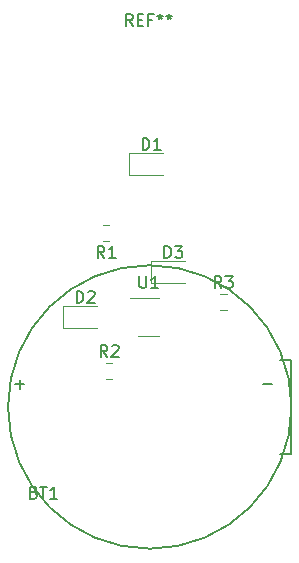
<source format=gbr>
G04 #@! TF.GenerationSoftware,KiCad,Pcbnew,(5.1.4)-1*
G04 #@! TF.CreationDate,2020-11-14T12:40:31-05:00*
G04 #@! TF.ProjectId,circuit,63697263-7569-4742-9e6b-696361645f70,rev?*
G04 #@! TF.SameCoordinates,Original*
G04 #@! TF.FileFunction,Legend,Top*
G04 #@! TF.FilePolarity,Positive*
%FSLAX46Y46*%
G04 Gerber Fmt 4.6, Leading zero omitted, Abs format (unit mm)*
G04 Created by KiCad (PCBNEW (5.1.4)-1) date 2020-11-14 12:40:31*
%MOMM*%
%LPD*%
G04 APERTURE LIST*
%ADD10C,0.120000*%
%ADD11C,0.150000*%
G04 APERTURE END LIST*
D10*
X64754000Y-52126000D02*
X61894000Y-52126000D01*
X61894000Y-52126000D02*
X61894000Y-54046000D01*
X61894000Y-54046000D02*
X64754000Y-54046000D01*
X56297000Y-67000000D02*
X59157000Y-67000000D01*
X56297000Y-65080000D02*
X56297000Y-67000000D01*
X59157000Y-65080000D02*
X56297000Y-65080000D01*
X66586001Y-61270000D02*
X63726001Y-61270000D01*
X63726001Y-61270000D02*
X63726001Y-63190000D01*
X63726001Y-63190000D02*
X66586001Y-63190000D01*
X60196252Y-59638000D02*
X59673748Y-59638000D01*
X60196252Y-58218000D02*
X59673748Y-58218000D01*
X59927748Y-71322000D02*
X60450252Y-71322000D01*
X59927748Y-69902000D02*
X60450252Y-69902000D01*
X69588748Y-64060000D02*
X70111252Y-64060000D01*
X69588748Y-65480000D02*
X70111252Y-65480000D01*
X62600000Y-67650000D02*
X64400000Y-67650000D01*
X64400000Y-64430000D02*
X61950000Y-64430000D01*
D11*
X75610000Y-73660000D02*
G75*
G03X75610000Y-73660000I-12000000J0D01*
G01*
X75610000Y-73660000D02*
X75610000Y-69660000D01*
X75610000Y-69660000D02*
X74610000Y-69660000D01*
X74610000Y-69660000D02*
X75610000Y-69660000D01*
X75610000Y-69660000D02*
X75610000Y-77660000D01*
X75610000Y-77660000D02*
X74610000Y-77660000D01*
X62166666Y-41402380D02*
X61833333Y-40926190D01*
X61595238Y-41402380D02*
X61595238Y-40402380D01*
X61976190Y-40402380D01*
X62071428Y-40450000D01*
X62119047Y-40497619D01*
X62166666Y-40592857D01*
X62166666Y-40735714D01*
X62119047Y-40830952D01*
X62071428Y-40878571D01*
X61976190Y-40926190D01*
X61595238Y-40926190D01*
X62595238Y-40878571D02*
X62928571Y-40878571D01*
X63071428Y-41402380D02*
X62595238Y-41402380D01*
X62595238Y-40402380D01*
X63071428Y-40402380D01*
X63833333Y-40878571D02*
X63500000Y-40878571D01*
X63500000Y-41402380D02*
X63500000Y-40402380D01*
X63976190Y-40402380D01*
X64500000Y-40402380D02*
X64500000Y-40640476D01*
X64261904Y-40545238D02*
X64500000Y-40640476D01*
X64738095Y-40545238D01*
X64357142Y-40830952D02*
X64500000Y-40640476D01*
X64642857Y-40830952D01*
X65261904Y-40402380D02*
X65261904Y-40640476D01*
X65023809Y-40545238D02*
X65261904Y-40640476D01*
X65500000Y-40545238D01*
X65119047Y-40830952D02*
X65261904Y-40640476D01*
X65404761Y-40830952D01*
X63015904Y-51888380D02*
X63015904Y-50888380D01*
X63254000Y-50888380D01*
X63396857Y-50936000D01*
X63492095Y-51031238D01*
X63539714Y-51126476D01*
X63587333Y-51316952D01*
X63587333Y-51459809D01*
X63539714Y-51650285D01*
X63492095Y-51745523D01*
X63396857Y-51840761D01*
X63254000Y-51888380D01*
X63015904Y-51888380D01*
X64539714Y-51888380D02*
X63968285Y-51888380D01*
X64254000Y-51888380D02*
X64254000Y-50888380D01*
X64158761Y-51031238D01*
X64063523Y-51126476D01*
X63968285Y-51174095D01*
X57418904Y-64842380D02*
X57418904Y-63842380D01*
X57657000Y-63842380D01*
X57799857Y-63890000D01*
X57895095Y-63985238D01*
X57942714Y-64080476D01*
X57990333Y-64270952D01*
X57990333Y-64413809D01*
X57942714Y-64604285D01*
X57895095Y-64699523D01*
X57799857Y-64794761D01*
X57657000Y-64842380D01*
X57418904Y-64842380D01*
X58371285Y-63937619D02*
X58418904Y-63890000D01*
X58514142Y-63842380D01*
X58752238Y-63842380D01*
X58847476Y-63890000D01*
X58895095Y-63937619D01*
X58942714Y-64032857D01*
X58942714Y-64128095D01*
X58895095Y-64270952D01*
X58323666Y-64842380D01*
X58942714Y-64842380D01*
X64847905Y-61032380D02*
X64847905Y-60032380D01*
X65086001Y-60032380D01*
X65228858Y-60080000D01*
X65324096Y-60175238D01*
X65371715Y-60270476D01*
X65419334Y-60460952D01*
X65419334Y-60603809D01*
X65371715Y-60794285D01*
X65324096Y-60889523D01*
X65228858Y-60984761D01*
X65086001Y-61032380D01*
X64847905Y-61032380D01*
X65752667Y-60032380D02*
X66371715Y-60032380D01*
X66038381Y-60413333D01*
X66181239Y-60413333D01*
X66276477Y-60460952D01*
X66324096Y-60508571D01*
X66371715Y-60603809D01*
X66371715Y-60841904D01*
X66324096Y-60937142D01*
X66276477Y-60984761D01*
X66181239Y-61032380D01*
X65895524Y-61032380D01*
X65800286Y-60984761D01*
X65752667Y-60937142D01*
X59768333Y-61030380D02*
X59435000Y-60554190D01*
X59196904Y-61030380D02*
X59196904Y-60030380D01*
X59577857Y-60030380D01*
X59673095Y-60078000D01*
X59720714Y-60125619D01*
X59768333Y-60220857D01*
X59768333Y-60363714D01*
X59720714Y-60458952D01*
X59673095Y-60506571D01*
X59577857Y-60554190D01*
X59196904Y-60554190D01*
X60720714Y-61030380D02*
X60149285Y-61030380D01*
X60435000Y-61030380D02*
X60435000Y-60030380D01*
X60339761Y-60173238D01*
X60244523Y-60268476D01*
X60149285Y-60316095D01*
X60022333Y-69414380D02*
X59689000Y-68938190D01*
X59450904Y-69414380D02*
X59450904Y-68414380D01*
X59831857Y-68414380D01*
X59927095Y-68462000D01*
X59974714Y-68509619D01*
X60022333Y-68604857D01*
X60022333Y-68747714D01*
X59974714Y-68842952D01*
X59927095Y-68890571D01*
X59831857Y-68938190D01*
X59450904Y-68938190D01*
X60403285Y-68509619D02*
X60450904Y-68462000D01*
X60546142Y-68414380D01*
X60784238Y-68414380D01*
X60879476Y-68462000D01*
X60927095Y-68509619D01*
X60974714Y-68604857D01*
X60974714Y-68700095D01*
X60927095Y-68842952D01*
X60355666Y-69414380D01*
X60974714Y-69414380D01*
X69683333Y-63572380D02*
X69350000Y-63096190D01*
X69111904Y-63572380D02*
X69111904Y-62572380D01*
X69492857Y-62572380D01*
X69588095Y-62620000D01*
X69635714Y-62667619D01*
X69683333Y-62762857D01*
X69683333Y-62905714D01*
X69635714Y-63000952D01*
X69588095Y-63048571D01*
X69492857Y-63096190D01*
X69111904Y-63096190D01*
X70016666Y-62572380D02*
X70635714Y-62572380D01*
X70302380Y-62953333D01*
X70445238Y-62953333D01*
X70540476Y-63000952D01*
X70588095Y-63048571D01*
X70635714Y-63143809D01*
X70635714Y-63381904D01*
X70588095Y-63477142D01*
X70540476Y-63524761D01*
X70445238Y-63572380D01*
X70159523Y-63572380D01*
X70064285Y-63524761D01*
X70016666Y-63477142D01*
X62738095Y-62592380D02*
X62738095Y-63401904D01*
X62785714Y-63497142D01*
X62833333Y-63544761D01*
X62928571Y-63592380D01*
X63119047Y-63592380D01*
X63214285Y-63544761D01*
X63261904Y-63497142D01*
X63309523Y-63401904D01*
X63309523Y-62592380D01*
X64309523Y-63592380D02*
X63738095Y-63592380D01*
X64023809Y-63592380D02*
X64023809Y-62592380D01*
X63928571Y-62735238D01*
X63833333Y-62830476D01*
X63738095Y-62878095D01*
X53794285Y-80898571D02*
X53937142Y-80946190D01*
X53984761Y-80993809D01*
X54032380Y-81089047D01*
X54032380Y-81231904D01*
X53984761Y-81327142D01*
X53937142Y-81374761D01*
X53841904Y-81422380D01*
X53460952Y-81422380D01*
X53460952Y-80422380D01*
X53794285Y-80422380D01*
X53889523Y-80470000D01*
X53937142Y-80517619D01*
X53984761Y-80612857D01*
X53984761Y-80708095D01*
X53937142Y-80803333D01*
X53889523Y-80850952D01*
X53794285Y-80898571D01*
X53460952Y-80898571D01*
X54318095Y-80422380D02*
X54889523Y-80422380D01*
X54603809Y-81422380D02*
X54603809Y-80422380D01*
X55746666Y-81422380D02*
X55175238Y-81422380D01*
X55460952Y-81422380D02*
X55460952Y-80422380D01*
X55365714Y-80565238D01*
X55270476Y-80660476D01*
X55175238Y-80708095D01*
X52229047Y-71731428D02*
X52990952Y-71731428D01*
X52610000Y-72112380D02*
X52610000Y-71350476D01*
X73229047Y-71731428D02*
X73990952Y-71731428D01*
M02*

</source>
